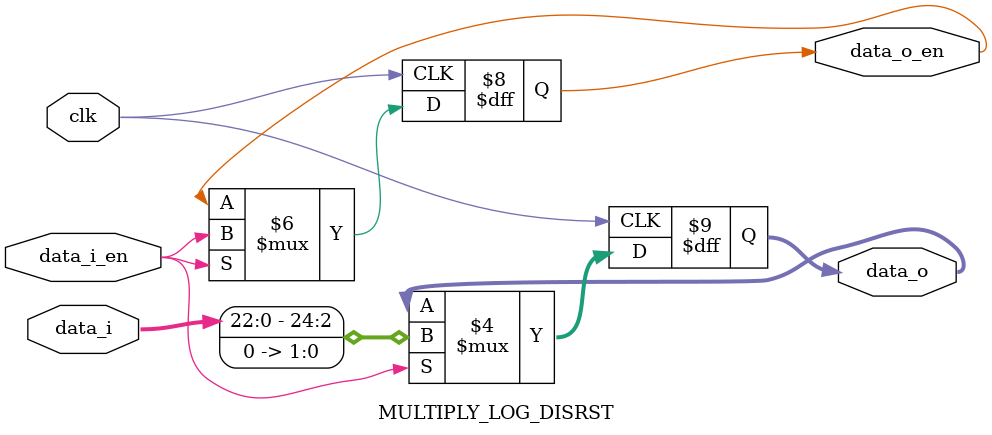
<source format=sv>


module MULTIPLY_LOG_DISRST
#(
parameter width_H = 5,
parameter width_W = 20,
parameter const_num = 2
)
(
input wire clk,
input wire data_i_en,
input wire [(width_H+width_W-1):0]data_i,
output reg data_o_en,
output reg [(width_H+width_W-1):0]data_o
);

//pipeline run
//运行流水线
always@(posedge clk)begin
if (data_i_en==1) begin
    //output
    data_o_en<=data_i_en;
    if(const_num>=0)data_o<=(    { {((width_H+width_W-1)){data_i[width_H+width_W-1]}} , {data_i} }    <<const_num);
    else data_o<=(    { {((width_H+width_W-1)){data_i[width_H+width_W-1]}} , {data_i} }    >>((~const_num)+1));
end
end
//endmodule
endmodule

</source>
